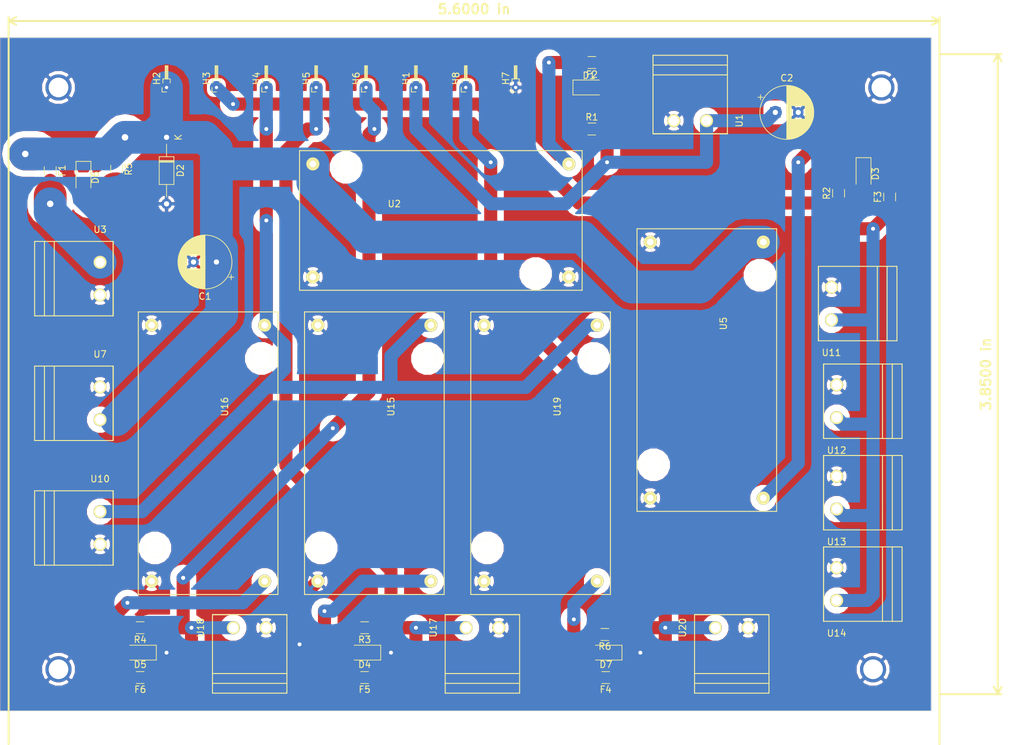
<source format=kicad_pcb>
(kicad_pcb (version 20171130) (host pcbnew 5.0.1)
  (layers (0 F.Cu signal) (31 B.Cu signal) (34 B.Paste user) (35 F.Paste user) (36 B.SilkS user) (37 F.SilkS user) (38 B.Mask user) (39 F.Mask user) (44 Edge.Cuts user))
  (net 0 "")
  (net 1 GND)
  (net 2 Logical_10V)
  (net 3 12V)
  (net 4 Motor1_12V)
  (net 5 Motor2_12V)
  (net 6 "Net-(D1-Pad2)")
  (net 7 18V)
  (net 8 "Net-(D3-Pad2)")
  (net 9 "Net-(D4-Pad2)")
  (net 10 "Net-(D5-Pad2)")
  (net 11 MotorExt_12V)
  (net 12 "Net-(F2-Pad2)")
  (net 13 "Net-(F3-Pad2)")
  (net 14 Raspberr_5V)
  (net 15 "Net-(D7-Pad2)")
  (net 16 "Net-(D6-Pad2)")
  (net 17 "Net-(F4-Pad2)")
  (net 18 "Net-(F6-Pad2)")
  (net 19 "Net-(F5-Pad2)")
  (net 20 "Net-(F1-Pad2)")
  (module dsn2596:DSN2596 (layer F.Cu) (at 43.18 74.93 270)
    (fp_text reference U16 (at -7.112 -2.54 270) (layer F.SilkS))
    (fp_text value DSN2596)
    (pad "" np_thru_hole circle (at -14.478 -8.128 270) (size 3 3) (drill 3) (layers *.Cu *.Mask F.SilkS))
    (pad "" np_thru_hole circle (at 14.478 8.128 270) (size 3 3) (drill 3) (layers *.Cu *.Mask F.SilkS))
    (pad 2 thru_hole circle (at -19.558 8.636 270) (size 2 2) (drill 1) (layers *.Cu *.Mask F.SilkS) (net 1 GND))
    (pad 3 thru_hole circle (at 19.558 8.636 270) (size 2 2) (drill 1) (layers *.Cu *.Mask F.SilkS) (net 1 GND))
    (pad 4 thru_hole circle (at 19.558 -8.636 270) (size 2 2) (drill 1) (layers *.Cu *.Mask F.SilkS) (net 18 "Net-(F6-Pad2)"))
    (pad 1 thru_hole circle (at -19.558 -8.636 270) (size 2 2) (drill 1) (layers *.Cu *.Mask F.SilkS) (net 3 12V))
  )
  (module Connector_PinHeader_1.00mm:PinHeader_1x01_P1.00mm_Horizontal (layer F.Cu) (at 36.83 19.05 90)
    (fp_text reference H2 (at 1.375 -1.5 90) (layer F.SilkS))
    (fp_text value MountingHole_Pad)
    (pad 1 thru_hole rect (at 0 0 90) (size 0.85 0.85) (drill 0.5) (layers *.Cu *.Mask) (net 7 18V))
  )
  (module Connector_PinHeader_1.00mm:PinHeader_1x01_P1.00mm_Horizontal (layer F.Cu) (at 82.55 19.05 90)
    (fp_text reference H8 (at 1.375 -1.5 90) (layer F.SilkS))
    (fp_text value MountingHole_Pad)
    (pad 1 thru_hole rect (at 0 0 90) (size 0.85 0.85) (drill 0.5) (layers *.Cu *.Mask) (net 11 MotorExt_12V))
  )
  (module Fuse:Fuse_1206_3216Metric_Pad1.42x1.75mm_HandSolder (layer F.Cu) (at 103.9225 109.22 180)
    (fp_text reference F4 (at 0 -1.82 180) (layer F.SilkS))
    (fp_text value Fuse)
    (pad 1 smd roundrect (at -1.4875 0 180) (size 1.425 1.75) (layers F.Cu F.Paste F.Mask) (roundrect_rratio 0.175439) (net 11 MotorExt_12V))
    (pad 2 smd roundrect (at 1.4875 0 180) (size 1.425 1.75) (layers F.Cu F.Paste F.Mask) (roundrect_rratio 0.175439) (net 17 "Net-(F4-Pad2)"))
  )
  (module Fuse:Fuse_1206_3216Metric_Pad1.42x1.75mm_HandSolder (layer F.Cu) (at 101.8175 15.24 180)
    (fp_text reference F2 (at 0 -1.82 180) (layer F.SilkS))
    (fp_text value Fuse)
    (pad 2 smd roundrect (at 1.4875 0 180) (size 1.425 1.75) (layers F.Cu F.Paste F.Mask) (roundrect_rratio 0.175439) (net 12 "Net-(F2-Pad2)"))
    (pad 1 smd roundrect (at -1.4875 0 180) (size 1.425 1.75) (layers F.Cu F.Paste F.Mask) (roundrect_rratio 0.175439) (net 14 Raspberr_5V))
  )
  (module Fuse:Fuse_1206_3216Metric_Pad1.42x1.75mm_HandSolder (layer F.Cu) (at 147.32 35.7775 90)
    (fp_text reference F3 (at 0 -1.82 90) (layer F.SilkS))
    (fp_text value Fuse)
    (pad 1 smd roundrect (at -1.4875 0 90) (size 1.425 1.75) (layers F.Cu F.Paste F.Mask) (roundrect_rratio 0.175439) (net 2 Logical_10V))
    (pad 2 smd roundrect (at 1.4875 0 90) (size 1.425 1.75) (layers F.Cu F.Paste F.Mask) (roundrect_rratio 0.175439) (net 13 "Net-(F3-Pad2)"))
  )
  (module Fuse:Fuse_1206_3216Metric_Pad1.42x1.75mm_HandSolder (layer F.Cu) (at 32.8025 109.22 180)
    (fp_text reference F6 (at 0 -1.82 180) (layer F.SilkS))
    (fp_text value Fuse)
    (pad 2 smd roundrect (at 1.4875 0 180) (size 1.425 1.75) (layers F.Cu F.Paste F.Mask) (roundrect_rratio 0.175439) (net 18 "Net-(F6-Pad2)"))
    (pad 1 smd roundrect (at -1.4875 0 180) (size 1.425 1.75) (layers F.Cu F.Paste F.Mask) (roundrect_rratio 0.175439) (net 5 Motor2_12V))
  )
  (module Fuse:Fuse_1206_3216Metric_Pad1.42x1.75mm_HandSolder (layer F.Cu) (at 67.0925 109.22 180)
    (fp_text reference F5 (at 0 -1.82 180) (layer F.SilkS))
    (fp_text value Fuse)
    (pad 1 smd roundrect (at -1.4875 0 180) (size 1.425 1.75) (layers F.Cu F.Paste F.Mask) (roundrect_rratio 0.175439) (net 4 Motor1_12V))
    (pad 2 smd roundrect (at 1.4875 0 180) (size 1.425 1.75) (layers F.Cu F.Paste F.Mask) (roundrect_rratio 0.175439) (net 19 "Net-(F5-Pad2)"))
  )
  (module LED_SMD:LED_1206_3216Metric_Pad1.42x1.75mm_HandSolder (layer F.Cu) (at 103.9575 105.41 180)
    (fp_text reference D7 (at 0 -1.82 180) (layer F.SilkS))
    (fp_text value LED)
    (pad 2 smd roundrect (at 1.4875 0 180) (size 1.425 1.75) (layers F.Cu F.Paste F.Mask) (roundrect_rratio 0.175439) (net 15 "Net-(D7-Pad2)"))
    (pad 1 smd roundrect (at -1.4875 0 180) (size 1.425 1.75) (layers F.Cu F.Paste F.Mask) (roundrect_rratio 0.175439) (net 1 GND))
  )
  (module LED_SMD:LED_1206_3216Metric_Pad1.42x1.75mm_HandSolder (layer F.Cu) (at 24.13 32.8025 270)
    (fp_text reference D6 (at 0 -1.82 270) (layer F.SilkS))
    (fp_text value LED)
    (pad 1 smd roundrect (at -1.4875 0 270) (size 1.425 1.75) (layers F.Cu F.Paste F.Mask) (roundrect_rratio 0.175439) (net 1 GND))
    (pad 2 smd roundrect (at 1.4875 0 270) (size 1.425 1.75) (layers F.Cu F.Paste F.Mask) (roundrect_rratio 0.175439) (net 16 "Net-(D6-Pad2)"))
  )
  (module Resistor_SMD:R_1206_3216Metric_Pad1.42x1.75mm_HandSolder (layer F.Cu) (at 29.21 31.5325 270)
    (fp_text reference R5 (at 0 -1.82 270) (layer F.SilkS))
    (fp_text value R)
    (pad 2 smd roundrect (at 1.4875 0 270) (size 1.425 1.75) (layers F.Cu F.Paste F.Mask) (roundrect_rratio 0.175439) (net 16 "Net-(D6-Pad2)"))
    (pad 1 smd roundrect (at -1.4875 0 270) (size 1.425 1.75) (layers F.Cu F.Paste F.Mask) (roundrect_rratio 0.175439) (net 7 18V))
  )
  (module Resistor_SMD:R_1206_3216Metric_Pad1.42x1.75mm_HandSolder (layer F.Cu) (at 103.802501 102.635001 180)
    (fp_text reference R6 (at 0 -1.82 180) (layer F.SilkS))
    (fp_text value R)
    (pad 1 smd roundrect (at -1.4875 0 180) (size 1.425 1.75) (layers F.Cu F.Paste F.Mask) (roundrect_rratio 0.175439) (net 11 MotorExt_12V))
    (pad 2 smd roundrect (at 1.4875 0 180) (size 1.425 1.75) (layers F.Cu F.Paste F.Mask) (roundrect_rratio 0.175439) (net 15 "Net-(D7-Pad2)"))
  )
  (module "dsn2596:B plug 5mm" (layer F.Cu) (at 123.19 101.6 90)
    (fp_text reference U20 (at 0 -7.5 90) (layer F.SilkS))
    (fp_text value B_Plug_5mm)
    (pad 1 thru_hole circle (at 0 -2.5 90) (size 2 2) (drill 1.5) (layers *.Cu *.Mask F.SilkS) (net 11 MotorExt_12V))
    (pad 2 thru_hole circle (at 0 2.5 90) (size 2 2) (drill 1.5) (layers *.Cu *.Mask F.SilkS) (net 1 GND))
  )
  (module dsn2596:DSN2596 (layer F.Cu) (at 78.74 39.37)
    (fp_text reference U2 (at -7.112 -2.54) (layer F.SilkS))
    (fp_text value DSN2596)
    (pad "" np_thru_hole circle (at -14.478 -8.128) (size 3 3) (drill 3) (layers *.Cu *.Mask F.SilkS))
    (pad "" np_thru_hole circle (at 14.478 8.128) (size 3 3) (drill 3) (layers *.Cu *.Mask F.SilkS))
    (pad 2 thru_hole circle (at -19.558 8.636) (size 2 2) (drill 1) (layers *.Cu *.Mask F.SilkS) (net 1 GND))
    (pad 3 thru_hole circle (at 19.558 8.636) (size 2 2) (drill 1) (layers *.Cu *.Mask F.SilkS) (net 1 GND))
    (pad 4 thru_hole circle (at 19.558 -8.636) (size 2 2) (drill 1) (layers *.Cu *.Mask F.SilkS) (net 12 "Net-(F2-Pad2)"))
    (pad 1 thru_hole circle (at -19.558 -8.636) (size 2 2) (drill 1) (layers *.Cu *.Mask F.SilkS) (net 7 18V))
  )
  (module dsn2596:DSN2596 (layer F.Cu) (at 93.98 74.93 270)
    (fp_text reference U19 (at -7.112 -2.54 270) (layer F.SilkS))
    (fp_text value DSN2596)
    (pad 1 thru_hole circle (at -19.558 -8.636 270) (size 2 2) (drill 1) (layers *.Cu *.Mask F.SilkS) (net 3 12V))
    (pad 4 thru_hole circle (at 19.558 -8.636 270) (size 2 2) (drill 1) (layers *.Cu *.Mask F.SilkS) (net 17 "Net-(F4-Pad2)"))
    (pad 3 thru_hole circle (at 19.558 8.636 270) (size 2 2) (drill 1) (layers *.Cu *.Mask F.SilkS) (net 1 GND))
    (pad 2 thru_hole circle (at -19.558 8.636 270) (size 2 2) (drill 1) (layers *.Cu *.Mask F.SilkS) (net 1 GND))
    (pad "" np_thru_hole circle (at 14.478 8.128 270) (size 3 3) (drill 3) (layers *.Cu *.Mask F.SilkS))
    (pad "" np_thru_hole circle (at -14.478 -8.128 270) (size 3 3) (drill 3) (layers *.Cu *.Mask F.SilkS))
  )
  (module LED_SMD:LED_1206_3216Metric_Pad1.42x1.75mm_HandSolder (layer F.Cu) (at 101.3825 19.05)
    (fp_text reference D1 (at 0 -1.82) (layer F.SilkS))
    (fp_text value LED)
    (pad 2 smd roundrect (at 1.4875 0) (size 1.425 1.75) (layers F.Cu F.Paste F.Mask) (roundrect_rratio 0.175439) (net 6 "Net-(D1-Pad2)"))
    (pad 1 smd roundrect (at -1.4875 0) (size 1.425 1.75) (layers F.Cu F.Paste F.Mask) (roundrect_rratio 0.175439) (net 1 GND))
  )
  (module Capacitor_THT:CP_Radial_D8.0mm_P3.50mm (layer F.Cu) (at 44.45 45.72 180)
    (fp_text reference C1 (at 1.75 -5.25 180) (layer F.SilkS))
    (fp_text value CP)
    (pad 1 thru_hole rect (at 0 0 180) (size 1.6 1.6) (drill 0.8) (layers *.Cu *.Mask) (net 7 18V))
    (pad 2 thru_hole circle (at 3.5 0 180) (size 1.6 1.6) (drill 0.8) (layers *.Cu *.Mask) (net 1 GND))
  )
  (module Capacitor_THT:CP_Radial_D8.0mm_P3.50mm (layer F.Cu) (at 129.85 22.86)
    (fp_text reference C2 (at 1.75 -5.25) (layer F.SilkS))
    (fp_text value CP)
    (pad 2 thru_hole circle (at 3.5 0) (size 1.6 1.6) (drill 0.8) (layers *.Cu *.Mask) (net 1 GND))
    (pad 1 thru_hole rect (at 0 0) (size 1.6 1.6) (drill 0.8) (layers *.Cu *.Mask) (net 14 Raspberr_5V))
  )
  (module Diode_THT:D_DO-35_SOD27_P10.16mm_Horizontal (layer F.Cu) (at 36.83 26.67 270)
    (fp_text reference D2 (at 5.08 -2.12 270) (layer F.SilkS))
    (fp_text value D)
    (fp_text user K (at 0 -1.8 270) (layer F.SilkS))
    (pad 2 thru_hole oval (at 10.16 0 270) (size 1.6 1.6) (drill 0.8) (layers *.Cu *.Mask) (net 1 GND))
    (pad 1 thru_hole rect (at 0 0 270) (size 1.6 1.6) (drill 0.8) (layers *.Cu *.Mask) (net 7 18V))
  )
  (module LED_SMD:LED_1206_3216Metric_Pad1.42x1.75mm_HandSolder (layer F.Cu) (at 143.326835 32.243099 270)
    (fp_text reference D3 (at 0 -1.82 270) (layer F.SilkS))
    (fp_text value LED)
    (pad 1 smd roundrect (at -1.4875 0 270) (size 1.425 1.75) (layers F.Cu F.Paste F.Mask) (roundrect_rratio 0.175439) (net 1 GND))
    (pad 2 smd roundrect (at 1.4875 0 270) (size 1.425 1.75) (layers F.Cu F.Paste F.Mask) (roundrect_rratio 0.175439) (net 8 "Net-(D3-Pad2)"))
  )
  (module LED_SMD:LED_1206_3216Metric_Pad1.42x1.75mm_HandSolder (layer F.Cu) (at 67.0925 105.41 180)
    (fp_text reference D4 (at 0 -1.82 180) (layer F.SilkS))
    (fp_text value LED)
    (pad 1 smd roundrect (at -1.4875 0 180) (size 1.425 1.75) (layers F.Cu F.Paste F.Mask) (roundrect_rratio 0.175439) (net 1 GND))
    (pad 2 smd roundrect (at 1.4875 0 180) (size 1.425 1.75) (layers F.Cu F.Paste F.Mask) (roundrect_rratio 0.175439) (net 9 "Net-(D4-Pad2)"))
  )
  (module LED_SMD:LED_1206_3216Metric_Pad1.42x1.75mm_HandSolder (layer F.Cu) (at 32.8025 105.41 180)
    (fp_text reference D5 (at 0 -1.82 180) (layer F.SilkS))
    (fp_text value LED)
    (pad 2 smd roundrect (at 1.4875 0 180) (size 1.425 1.75) (layers F.Cu F.Paste F.Mask) (roundrect_rratio 0.175439) (net 10 "Net-(D5-Pad2)"))
    (pad 1 smd roundrect (at -1.4875 0 180) (size 1.425 1.75) (layers F.Cu F.Paste F.Mask) (roundrect_rratio 0.175439) (net 1 GND))
  )
  (module Fuse:Fuse_1206_3216Metric_Pad1.42x1.75mm_HandSolder (layer F.Cu) (at 19.05 31.75 270)
    (fp_text reference F1 (at 0 -1.82 270) (layer F.SilkS))
    (fp_text value Fuse)
    (pad 2 smd roundrect (at 1.4875 0 270) (size 1.425 1.75) (layers F.Cu F.Paste F.Mask) (roundrect_rratio 0.175439) (net 20 "Net-(F1-Pad2)"))
    (pad 1 smd roundrect (at -1.4875 0 270) (size 1.425 1.75) (layers F.Cu F.Paste F.Mask) (roundrect_rratio 0.175439) (net 7 18V))
  )
  (module Connector_PinHeader_1.00mm:PinHeader_1x01_P1.00mm_Horizontal (layer F.Cu) (at 74.93 19.05 90)
    (fp_text reference H1 (at 1.375 -1.5 90) (layer F.SilkS))
    (fp_text value MountingHole_Pad)
    (pad 1 thru_hole rect (at 0 0 90) (size 0.85 0.85) (drill 0.5) (layers *.Cu *.Mask) (net 14 Raspberr_5V))
  )
  (module Connector_PinHeader_1.00mm:PinHeader_1x01_P1.00mm_Horizontal (layer F.Cu) (at 44.45 19.05 90)
    (fp_text reference H3 (at 1.375 -1.5 90) (layer F.SilkS))
    (fp_text value MountingHole_Pad)
    (pad 1 thru_hole rect (at 0 0 90) (size 0.85 0.85) (drill 0.5) (layers *.Cu *.Mask) (net 2 Logical_10V))
  )
  (module Connector_PinHeader_1.00mm:PinHeader_1x01_P1.00mm_Horizontal (layer F.Cu) (at 52.07 19.05 90)
    (fp_text reference H4 (at 1.375 -1.5 90) (layer F.SilkS))
    (fp_text value MountingHole_Pad)
    (pad 1 thru_hole rect (at 0 0 90) (size 0.85 0.85) (drill 0.5) (layers *.Cu *.Mask) (net 3 12V))
  )
  (module Connector_PinHeader_1.00mm:PinHeader_1x01_P1.00mm_Horizontal (layer F.Cu) (at 59.69 19.05 90)
    (fp_text reference H5 (at 1.375 -1.5 90) (layer F.SilkS))
    (fp_text value MountingHole_Pad)
    (pad 1 thru_hole rect (at 0 0 90) (size 0.85 0.85) (drill 0.5) (layers *.Cu *.Mask) (net 4 Motor1_12V))
  )
  (module Connector_PinHeader_1.00mm:PinHeader_1x01_P1.00mm_Horizontal (layer F.Cu) (at 67.31 19.05 90)
    (fp_text reference H6 (at 1.375 -1.5 90) (layer F.SilkS))
    (fp_text value MountingHole_Pad)
    (pad 1 thru_hole rect (at 0 0 90) (size 0.85 0.85) (drill 0.5) (layers *.Cu *.Mask) (net 5 Motor2_12V))
  )
  (module Connector_PinHeader_1.00mm:PinHeader_1x01_P1.00mm_Horizontal (layer F.Cu) (at 90.17 19.05 90)
    (fp_text reference H7 (at 1.375 -1.5 90) (layer F.SilkS))
    (fp_text value MountingHole_Pad)
    (pad 1 thru_hole rect (at 0 0 90) (size 0.85 0.85) (drill 0.5) (layers *.Cu *.Mask) (net 1 GND))
  )
  (module Resistor_SMD:R_1206_3216Metric_Pad1.42x1.75mm_HandSolder (layer F.Cu) (at 101.8175 25.4)
    (fp_text reference R1 (at 0 -1.82) (layer F.SilkS))
    (fp_text value R)
    (pad 1 smd roundrect (at -1.4875 0) (size 1.425 1.75) (layers F.Cu F.Paste F.Mask) (roundrect_rratio 0.175439) (net 6 "Net-(D1-Pad2)"))
    (pad 2 smd roundrect (at 1.4875 0) (size 1.425 1.75) (layers F.Cu F.Paste F.Mask) (roundrect_rratio 0.175439) (net 14 Raspberr_5V))
  )
  (module Resistor_SMD:R_1206_3216Metric_Pad1.42x1.75mm_HandSolder (layer F.Cu) (at 139.516835 35.218099 90)
    (fp_text reference R2 (at 0 -1.82 90) (layer F.SilkS))
    (fp_text value R)
    (pad 2 smd roundrect (at 1.4875 0 90) (size 1.425 1.75) (layers F.Cu F.Paste F.Mask) (roundrect_rratio 0.175439) (net 8 "Net-(D3-Pad2)"))
    (pad 1 smd roundrect (at -1.4875 0 90) (size 1.425 1.75) (layers F.Cu F.Paste F.Mask) (roundrect_rratio 0.175439) (net 2 Logical_10V))
  )
  (module Resistor_SMD:R_1206_3216Metric_Pad1.42x1.75mm_HandSolder (layer F.Cu) (at 67.0925 101.6 180)
    (fp_text reference R3 (at 0 -1.82 180) (layer F.SilkS))
    (fp_text value R)
    (pad 2 smd roundrect (at 1.4875 0 180) (size 1.425 1.75) (layers F.Cu F.Paste F.Mask) (roundrect_rratio 0.175439) (net 9 "Net-(D4-Pad2)"))
    (pad 1 smd roundrect (at -1.4875 0 180) (size 1.425 1.75) (layers F.Cu F.Paste F.Mask) (roundrect_rratio 0.175439) (net 4 Motor1_12V))
  )
  (module Resistor_SMD:R_1206_3216Metric_Pad1.42x1.75mm_HandSolder (layer F.Cu) (at 32.8025 101.6 180)
    (fp_text reference R4 (at 0 -1.82) (layer F.SilkS))
    (fp_text value R)
    (pad 1 smd roundrect (at -1.4875 0 180) (size 1.425 1.75) (layers F.Cu F.Paste F.Mask) (roundrect_rratio 0.175439) (net 5 Motor2_12V))
    (pad 2 smd roundrect (at 1.4875 0 180) (size 1.425 1.75) (layers F.Cu F.Paste F.Mask) (roundrect_rratio 0.175439) (net 10 "Net-(D5-Pad2)"))
  )
  (module "dsn2596:B plug 5mm" (layer F.Cu) (at 116.84 24.13 270)
    (fp_text reference U1 (at 0 -7.5 270) (layer F.SilkS))
    (fp_text value B_Plug_5mm)
    (pad 2 thru_hole circle (at 0 2.5 270) (size 2 2) (drill 1.5) (layers *.Cu *.Mask F.SilkS) (net 1 GND))
    (pad 1 thru_hole circle (at 0 -2.5 270) (size 2 2) (drill 1.5) (layers *.Cu *.Mask F.SilkS) (net 14 Raspberr_5V))
  )
  (module "dsn2596:B plug 5mm" (layer F.Cu) (at 26.67 48.26)
    (fp_text reference U3 (at 0 -7.5) (layer F.SilkS))
    (fp_text value B_Plug_5mm)
    (pad 1 thru_hole circle (at 0 -2.5) (size 2 2) (drill 1.5) (layers *.Cu *.Mask F.SilkS) (net 20 "Net-(F1-Pad2)"))
    (pad 2 thru_hole circle (at 0 2.5) (size 2 2) (drill 1.5) (layers *.Cu *.Mask F.SilkS) (net 1 GND))
  )
  (module robot_1A:trou_d3mm (layer F.Cu) (at 20.32 19.05)
    (fp_text reference U4 (at 0 0.5) (layer F.SilkS))
    (fp_text value trou-d3mm)
    (pad 1 thru_hole circle (at 0 0) (size 4 4) (drill 3) (layers *.Cu *.Mask) (net 1 GND))
  )
  (module dsn2596:DSN2596 (layer F.Cu) (at 119.38 62.23 270)
    (fp_text reference U5 (at -7.112 -2.54 270) (layer F.SilkS))
    (fp_text value DSN2596)
    (pad 1 thru_hole circle (at -19.558 -8.636 270) (size 2 2) (drill 1) (layers *.Cu *.Mask F.SilkS) (net 7 18V))
    (pad 4 thru_hole circle (at 19.558 -8.636 270) (size 2 2) (drill 1) (layers *.Cu *.Mask F.SilkS) (net 13 "Net-(F3-Pad2)"))
    (pad 3 thru_hole circle (at 19.558 8.636 270) (size 2 2) (drill 1) (layers *.Cu *.Mask F.SilkS) (net 1 GND))
    (pad 2 thru_hole circle (at -19.558 8.636 270) (size 2 2) (drill 1) (layers *.Cu *.Mask F.SilkS) (net 1 GND))
    (pad "" np_thru_hole circle (at 14.478 8.128 270) (size 3 3) (drill 3) (layers *.Cu *.Mask F.SilkS))
    (pad "" np_thru_hole circle (at -14.478 -8.128 270) (size 3 3) (drill 3) (layers *.Cu *.Mask F.SilkS))
  )
  (module robot_1A:trou_d3mm (layer F.Cu) (at 20.32 107.95)
    (fp_text reference U6 (at 0 0.5) (layer F.SilkS))
    (fp_text value trou-d3mm)
    (pad 1 thru_hole circle (at 0 0) (size 4 4) (drill 3) (layers *.Cu *.Mask) (net 1 GND))
  )
  (module "dsn2596:B plug 5mm" (layer F.Cu) (at 26.67 67.31)
    (fp_text reference U7 (at 0 -7.5) (layer F.SilkS))
    (fp_text value B_Plug_5mm)
    (pad 1 thru_hole circle (at 0 -2.5) (size 2 2) (drill 1.5) (layers *.Cu *.Mask F.SilkS) (net 1 GND))
    (pad 2 thru_hole circle (at 0 2.5) (size 2 2) (drill 1.5) (layers *.Cu *.Mask F.SilkS) (net 7 18V))
  )
  (module robot_1A:trou_d3mm (layer F.Cu) (at 144.78 107.95)
    (fp_text reference U8 (at 0 0.5) (layer F.SilkS))
    (fp_text value trou-d3mm)
    (pad 1 thru_hole circle (at 0 0) (size 4 4) (drill 3) (layers *.Cu *.Mask) (net 1 GND))
  )
  (module robot_1A:trou_d3mm (layer F.Cu) (at 146.05 19.05)
    (fp_text reference U9 (at 0 0.5) (layer F.SilkS))
    (fp_text value trou-d3mm)
    (pad 1 thru_hole circle (at 0 0) (size 4 4) (drill 3) (layers *.Cu *.Mask) (net 1 GND))
  )
  (module "dsn2596:B plug 5mm" (layer F.Cu) (at 26.67 86.36)
    (fp_text reference U10 (at 0 -7.5) (layer F.SilkS))
    (fp_text value B_Plug_5mm)
    (pad 2 thru_hole circle (at 0 2.5) (size 2 2) (drill 1.5) (layers *.Cu *.Mask F.SilkS) (net 1 GND))
    (pad 1 thru_hole circle (at 0 -2.5) (size 2 2) (drill 1.5) (layers *.Cu *.Mask F.SilkS) (net 3 12V))
  )
  (module "dsn2596:B plug 5mm" (layer F.Cu) (at 138.43 52.07 180)
    (fp_text reference U11 (at 0 -7.5 180) (layer F.SilkS))
    (fp_text value B_Plug_5mm)
    (pad 1 thru_hole circle (at 0 -2.5 180) (size 2 2) (drill 1.5) (layers *.Cu *.Mask F.SilkS) (net 2 Logical_10V))
    (pad 2 thru_hole circle (at 0 2.5 180) (size 2 2) (drill 1.5) (layers *.Cu *.Mask F.SilkS) (net 1 GND))
  )
  (module "dsn2596:B plug 5mm" (layer F.Cu) (at 139.219116 66.994906 180)
    (fp_text reference U12 (at 0 -7.5 180) (layer F.SilkS))
    (fp_text value B_Plug_5mm)
    (pad 1 thru_hole circle (at 0 -2.5 180) (size 2 2) (drill 1.5) (layers *.Cu *.Mask F.SilkS) (net 2 Logical_10V))
    (pad 2 thru_hole circle (at 0 2.5 180) (size 2 2) (drill 1.5) (layers *.Cu *.Mask F.SilkS) (net 1 GND))
  )
  (module "dsn2596:B plug 5mm" (layer F.Cu) (at 139.219116 80.964906 180)
    (fp_text reference U13 (at 0 -7.5 180) (layer F.SilkS))
    (fp_text value B_Plug_5mm)
    (pad 2 thru_hole circle (at 0 2.5 180) (size 2 2) (drill 1.5) (layers *.Cu *.Mask F.SilkS) (net 1 GND))
    (pad 1 thru_hole circle (at 0 -2.5 180) (size 2 2) (drill 1.5) (layers *.Cu *.Mask F.SilkS) (net 2 Logical_10V))
  )
  (module "dsn2596:B plug 5mm" (layer F.Cu) (at 139.219116 94.934906 180)
    (fp_text reference U14 (at 0 -7.5 180) (layer F.SilkS))
    (fp_text value B_Plug_5mm)
    (pad 1 thru_hole circle (at 0 -2.5 180) (size 2 2) (drill 1.5) (layers *.Cu *.Mask F.SilkS) (net 2 Logical_10V))
    (pad 2 thru_hole circle (at 0 2.5 180) (size 2 2) (drill 1.5) (layers *.Cu *.Mask F.SilkS) (net 1 GND))
  )
  (module dsn2596:DSN2596 (layer F.Cu) (at 68.58 74.93 270)
    (fp_text reference U15 (at -7.112 -2.54 270) (layer F.SilkS))
    (fp_text value DSN2596)
    (pad "" np_thru_hole circle (at -14.478 -8.128 270) (size 3 3) (drill 3) (layers *.Cu *.Mask F.SilkS))
    (pad "" np_thru_hole circle (at 14.478 8.128 270) (size 3 3) (drill 3) (layers *.Cu *.Mask F.SilkS))
    (pad 2 thru_hole circle (at -19.558 8.636 270) (size 2 2) (drill 1) (layers *.Cu *.Mask F.SilkS) (net 1 GND))
    (pad 3 thru_hole circle (at 19.558 8.636 270) (size 2 2) (drill 1) (layers *.Cu *.Mask F.SilkS) (net 1 GND))
    (pad 4 thru_hole circle (at 19.558 -8.636 270) (size 2 2) (drill 1) (layers *.Cu *.Mask F.SilkS) (net 19 "Net-(F5-Pad2)"))
    (pad 1 thru_hole circle (at -19.558 -8.636 270) (size 2 2) (drill 1) (layers *.Cu *.Mask F.SilkS) (net 3 12V))
  )
  (module "dsn2596:B plug 5mm" (layer F.Cu) (at 85.09 101.6 90)
    (fp_text reference U17 (at 0 -7.5 90) (layer F.SilkS))
    (fp_text value B_Plug_5mm)
    (pad 2 thru_hole circle (at 0 2.5 90) (size 2 2) (drill 1.5) (layers *.Cu *.Mask F.SilkS) (net 1 GND))
    (pad 1 thru_hole circle (at 0 -2.5 90) (size 2 2) (drill 1.5) (layers *.Cu *.Mask F.SilkS) (net 4 Motor1_12V))
  )
  (module "dsn2596:B plug 5mm" (layer F.Cu) (at 49.53 101.6 90)
    (fp_text reference U18 (at 0 -7.5 90) (layer F.SilkS))
    (fp_text value B_Plug_5mm)
    (pad 2 thru_hole circle (at 0 2.5 90) (size 2 2) (drill 1.5) (layers *.Cu *.Mask F.SilkS) (net 1 GND))
    (pad 1 thru_hole circle (at 0 -2.5 90) (size 2 2) (drill 1.5) (layers *.Cu *.Mask F.SilkS) (net 5 Motor2_12V))
  )
  (gr_line (start 153.67 114.3) (end 11.43 114.3) (layer Edge.Cuts) (width 0.1))
  (gr_line (start 153.67 11.43) (end 153.67 114.3) (layer Edge.Cuts) (width 0.1))
  (gr_line (start 11.43 11.43) (end 153.67 11.43) (layer Edge.Cuts) (width 0.1))
  (dimension 97.79 (width 0.3) (layer F.SilkS) (gr_text "97,790 mm" (at 165.93 62.865 270) (layer F.SilkS) (effects (font (size 1.5 1.5) (thickness 0.3)))) (feature1 (pts (xy 154.94 111.76) (xy 164.416421 111.76))) (feature2 (pts (xy 154.94 13.97) (xy 164.416421 13.97))) (crossbar (pts (xy 163.83 13.97) (xy 163.83 111.76))) (arrow1a (pts (xy 163.83 111.76) (xy 163.243579 110.633496))) (arrow1b (pts (xy 163.83 111.76) (xy 164.416421 110.633496))) (arrow2a (pts (xy 163.83 13.97) (xy 163.243579 15.096504))) (arrow2b (pts (xy 163.83 13.97) (xy 164.416421 15.096504))))
  (dimension 142.24 (width 0.3) (layer F.SilkS) (gr_text "142,240 mm" (at 83.82 6.79) (layer F.SilkS) (effects (font (size 1.5 1.5) (thickness 0.3)))) (feature1 (pts (xy 154.94 119.38) (xy 154.94 8.303579))) (feature2 (pts (xy 12.7 119.38) (xy 12.7 8.303579))) (crossbar (pts (xy 12.7 8.89) (xy 154.94 8.89))) (arrow1a (pts (xy 154.94 8.89) (xy 153.813496 9.476421))) (arrow1b (pts (xy 154.94 8.89) (xy 153.813496 8.303579))) (arrow2a (pts (xy 12.7 8.89) (xy 13.826504 9.476421))) (arrow2b (pts (xy 12.7 8.89) (xy 13.826504 8.303579))))
  (via (at 57.15 104.14) (size 1.5) (drill 0.6) (layers F.Cu B.Cu) (net 1))
  (segment (start 59.944 94.488) (end 57.15 97.282) (width 2) (layer F.Cu) (net 1))
  (segment (start 57.15 97.282) (end 57.15 102.87) (width 2) (layer F.Cu) (net 1))
  (segment (start 57.15 102.87) (end 57.15 104.14) (width 2) (layer F.Cu) (net 1))
  (via (at 36.83 105.41) (size 1.5) (drill 0.6) (layers F.Cu B.Cu) (net 1))
  (via (at 109.22 105.41) (size 1.5) (drill 0.6) (layers F.Cu B.Cu) (net 1))
  (via (at 71.12 105.41) (size 1.5) (drill 0.6) (layers F.Cu B.Cu) (net 1))
  (segment (start 147.32 37.265) (end 147.32 38.1) (width 2) (layer F.Cu) (net 2))
  (segment (start 147.32 38.1) (end 144.78 40.64) (width 2) (layer F.Cu) (net 2))
  (segment (start 144.78 40.64) (end 142.638736 40.64) (width 2) (layer F.Cu) (net 2))
  (segment (start 139.516835 37.518099) (end 139.516835 36.705599) (width 2) (layer F.Cu) (net 2))
  (segment (start 142.638736 40.64) (end 139.516835 37.518099) (width 2) (layer F.Cu) (net 2))
  (segment (start 144.78 40.64) (end 144.78 40.64) (width 2) (layer F.Cu) (net 2))
  (via (at 144.78 40.64) (size 1.5) (drill 0.6) (layers F.Cu B.Cu) (net 2))
  (segment (start 139.219116 97.434906) (end 143.865094 97.434906) (width 2) (layer B.Cu) (net 2))
  (segment (start 144.78 96.52) (end 144.78 91.874022) (width 2) (layer B.Cu) (net 2))
  (segment (start 143.865094 97.434906) (end 144.78 96.52) (width 2) (layer B.Cu) (net 2))
  (segment (start 144.135095 84.464905) (end 144.78 83.82) (width 2) (layer B.Cu) (net 2))
  (segment (start 140.219115 84.464905) (end 144.135095 84.464905) (width 2) (layer B.Cu) (net 2))
  (segment (start 139.219116 83.464906) (end 140.219115 84.464905) (width 2) (layer B.Cu) (net 2))
  (segment (start 144.78 83.82) (end 144.78 91.874022) (width 2) (layer B.Cu) (net 2))
  (segment (start 144.135095 70.494905) (end 144.78 69.85) (width 2) (layer B.Cu) (net 2))
  (segment (start 140.219115 70.494905) (end 144.135095 70.494905) (width 2) (layer B.Cu) (net 2))
  (segment (start 139.219116 69.494906) (end 140.219115 70.494905) (width 2) (layer B.Cu) (net 2))
  (segment (start 144.78 69.85) (end 144.78 83.82) (width 2) (layer B.Cu) (net 2))
  (segment (start 144.74 54.57) (end 144.78 54.61) (width 2) (layer B.Cu) (net 2))
  (segment (start 138.43 54.57) (end 144.74 54.57) (width 2) (layer B.Cu) (net 2))
  (segment (start 144.78 40.64) (end 144.78 54.61) (width 2) (layer B.Cu) (net 2))
  (segment (start 144.78 54.61) (end 144.78 69.85) (width 2) (layer B.Cu) (net 2))
  (segment (start 44.45 19.05) (end 46.99 21.59) (width 2) (layer B.Cu) (net 2))
  (segment (start 45.72 20.32) (end 46.99 21.59) (width 2) (layer B.Cu) (net 2))
  (segment (start 46.99 21.59) (end 45.72 20.32) (width 2) (layer B.Cu) (net 2))
  (via (at 46.99 21.59) (size 1.5) (drill 0.6) (layers F.Cu B.Cu) (net 2))
  (segment (start 99.829597 36.705599) (end 139.516835 36.705599) (width 2) (layer F.Cu) (net 2))
  (segment (start 46.99 21.59) (end 84.713998 21.59) (width 2) (layer F.Cu) (net 2))
  (segment (start 84.713998 21.59) (end 99.829597 36.705599) (width 2) (layer F.Cu) (net 2))
  (segment (start 54.808001 58.364001) (end 52.815999 56.371999) (width 2) (layer B.Cu) (net 3))
  (segment (start 52.815999 56.371999) (end 51.816 55.372) (width 2) (layer B.Cu) (net 3))
  (segment (start 26.67 83.86) (end 33.080002 83.86) (width 2) (layer B.Cu) (net 3))
  (segment (start 54.808001 62.132001) (end 54.808001 58.364001) (width 2) (layer B.Cu) (net 3))
  (segment (start 101.201787 55.372) (end 102.616 55.372) (width 2) (layer B.Cu) (net 3))
  (segment (start 91.703785 64.870002) (end 101.201787 55.372) (width 2) (layer B.Cu) (net 3))
  (segment (start 52.07 64.870002) (end 54.808001 62.132001) (width 2) (layer B.Cu) (net 3))
  (segment (start 33.080002 83.86) (end 52.07 64.870002) (width 2) (layer B.Cu) (net 3))
  (segment (start 75.801787 55.372) (end 77.216 55.372) (width 2) (layer B.Cu) (net 3))
  (segment (start 71.12 60.053787) (end 75.801787 55.372) (width 2) (layer B.Cu) (net 3))
  (segment (start 71.12 64.870002) (end 71.12 60.053787) (width 2) (layer B.Cu) (net 3))
  (segment (start 71.12 64.870002) (end 91.703785 64.870002) (width 2) (layer B.Cu) (net 3))
  (segment (start 52.07 64.870002) (end 71.12 64.870002) (width 2) (layer B.Cu) (net 3))
  (segment (start 52.07 19.05) (end 52.07 21.475) (width 2) (layer B.Cu) (net 3))
  (segment (start 52.07 21.475) (end 52.07 25.4) (width 2) (layer B.Cu) (net 3))
  (segment (start 52.07 39.37) (end 52.07 39.37) (width 2) (layer F.Cu) (net 3))
  (via (at 52.07 39.37) (size 1.5) (drill 0.6) (layers F.Cu B.Cu) (net 3))
  (segment (start 52.07 55.118) (end 51.816 55.372) (width 2) (layer B.Cu) (net 3))
  (segment (start 52.07 39.37) (end 52.07 55.118) (width 2) (layer B.Cu) (net 3))
  (segment (start 52.07 24.13) (end 52.07 25.4) (width 2) (layer B.Cu) (net 3))
  (segment (start 52.07 25.4) (end 52.07 24.13) (width 2) (layer B.Cu) (net 3))
  (via (at 52.07 25.4) (size 1.5) (drill 0.6) (layers F.Cu B.Cu) (net 3))
  (segment (start 52.07 25.4) (end 52.07 39.37) (width 2) (layer F.Cu) (net 3))
  (segment (start 73.66 101.6) (end 74.93 101.6) (width 2) (layer F.Cu) (net 4))
  (segment (start 68.58 109.22) (end 74.93 109.22) (width 2) (layer F.Cu) (net 4))
  (segment (start 74.93 109.22) (end 74.93 101.6) (width 2) (layer F.Cu) (net 4))
  (segment (start 73.66 101.6) (end 74.93 101.6) (width 2) (layer F.Cu) (net 4))
  (via (at 74.93 101.6) (size 1.5) (drill 0.6) (layers F.Cu B.Cu) (net 4))
  (segment (start 74.93 101.6) (end 82.59 101.6) (width 2) (layer B.Cu) (net 4))
  (segment (start 59.69 19.05) (end 59.69 25.4) (width 2) (layer B.Cu) (net 4))
  (segment (start 59.69 25.4) (end 59.69 25.4) (width 2) (layer B.Cu) (net 4))
  (via (at 59.69 25.4) (size 1.5) (drill 0.6) (layers F.Cu B.Cu) (net 4))
  (segment (start 71.12 92.832002) (end 71.12 101.6) (width 2) (layer F.Cu) (net 4))
  (segment (start 71.12 101.6) (end 68.58 101.6) (width 2) (layer F.Cu) (net 4))
  (segment (start 74.93 101.6) (end 71.12 101.6) (width 2) (layer F.Cu) (net 4))
  (segment (start 55.07001 76.782012) (end 71.12 92.832002) (width 2) (layer F.Cu) (net 4))
  (segment (start 59.69 25.4) (end 58.42 25.4) (width 2) (layer F.Cu) (net 4))
  (segment (start 58.42 25.4) (end 55.07001 28.74999) (width 2) (layer F.Cu) (net 4))
  (segment (start 55.07001 28.74999) (end 55.07001 76.782012) (width 2) (layer F.Cu) (net 4))
  (segment (start 34.29 109.22) (end 40.64 109.22) (width 2) (layer F.Cu) (net 5))
  (segment (start 40.64 109.22) (end 40.64 101.6) (width 2) (layer F.Cu) (net 5))
  (segment (start 40.64 101.6) (end 40.64 101.6) (width 2) (layer F.Cu) (net 5))
  (via (at 40.64 101.6) (size 1.5) (drill 0.6) (layers F.Cu B.Cu) (net 5))
  (segment (start 40.64 101.6) (end 47.03 101.6) (width 2) (layer B.Cu) (net 5))
  (segment (start 67.31 21.475) (end 68.58 22.745) (width 2) (layer B.Cu) (net 5))
  (segment (start 67.31 19.05) (end 67.31 21.475) (width 2) (layer B.Cu) (net 5))
  (segment (start 68.58 22.745) (end 68.58 25.4) (width 2) (layer B.Cu) (net 5))
  (segment (start 68.58 25.4) (end 68.58 25.4) (width 2) (layer B.Cu) (net 5))
  (via (at 68.58 25.4) (size 1.5) (drill 0.6) (layers F.Cu B.Cu) (net 5))
  (segment (start 67.762001 26.217999) (end 67.762001 65.587999) (width 2) (layer F.Cu) (net 5))
  (segment (start 68.58 25.4) (end 67.762001 26.217999) (width 2) (layer F.Cu) (net 5))
  (segment (start 67.762001 65.587999) (end 62.23 71.12) (width 2) (layer F.Cu) (net 5))
  (segment (start 62.23 71.12) (end 62.23 71.12) (width 2) (layer F.Cu) (net 5))
  (via (at 62.23 71.12) (size 1.5) (drill 0.6) (layers F.Cu B.Cu) (net 5))
  (segment (start 62.23 71.12) (end 39.37 93.98) (width 2) (layer B.Cu) (net 5))
  (segment (start 39.37 93.98) (end 39.37 93.98) (width 2) (layer B.Cu) (net 5))
  (via (at 39.37 93.98) (size 1.5) (drill 0.6) (layers F.Cu B.Cu) (net 5))
  (segment (start 39.37 93.98) (end 39.37 93.98) (width 2) (layer B.Cu) (net 5))
  (via (at 39.37 93.98) (size 1.5) (drill 0.6) (layers F.Cu B.Cu) (net 5))
  (segment (start 39.37 93.98) (end 39.37 101.6) (width 2) (layer F.Cu) (net 5))
  (segment (start 40.64 101.6) (end 39.37 101.6) (width 2) (layer F.Cu) (net 5))
  (segment (start 39.37 101.6) (end 34.29 101.6) (width 2) (layer F.Cu) (net 5))
  (segment (start 102.87 20.344496) (end 102.87 20.025) (width 2) (layer F.Cu) (net 6))
  (segment (start 102.87 20.025) (end 102.87 19.05) (width 2) (layer F.Cu) (net 6))
  (segment (start 100.33 22.884496) (end 102.87 20.344496) (width 2) (layer F.Cu) (net 6))
  (segment (start 100.33 25.4) (end 100.33 22.884496) (width 2) (layer F.Cu) (net 6))
  (segment (start 18.919848 30.342551) (end 15.327348 30.342551) (width 2) (layer F.Cu) (net 7))
  (segment (start 16.597348 30.342551) (end 16.597348 30.342551) (width 2) (layer F.Cu) (net 7))
  (segment (start 16.597348 30.342551) (end 16.597348 30.342551) (width 2) (layer F.Cu) (net 7))
  (segment (start 16.597348 30.342551) (end 16.597348 30.342551) (width 2) (layer F.Cu) (net 7))
  (segment (start 29.21 30.045) (end 29.21 29.21) (width 2) (layer F.Cu) (net 7))
  (segment (start 29.21 29.21) (end 29.21 26.67) (width 2) (layer F.Cu) (net 7))
  (segment (start 15.24 29.21) (end 16.51 29.21) (width 5) (layer F.Cu) (net 7))
  (segment (start 29.21 26.67) (end 29.21 27.94) (width 2) (layer F.Cu) (net 7))
  (via (at 30.48 26.67) (size 3) (drill 1) (layers F.Cu B.Cu) (net 7))
  (segment (start 15.327348 30.342551) (end 16.597348 30.342551) (width 2) (layer F.Cu) (net 7))
  (via (at 15.24 29.21) (size 3) (drill 1) (layers F.Cu B.Cu) (net 7))
  (segment (start 15.24 29.21) (end 16.686682 29.21) (width 5) (layer F.Cu) (net 7))
  (segment (start 30.48 26.67) (end 29.21 27.94) (width 5) (layer F.Cu) (net 7))
  (segment (start 27.94 29.21) (end 30.48 26.67) (width 5) (layer B.Cu) (net 7))
  (segment (start 15.24 29.21) (end 27.94 29.21) (width 5) (layer B.Cu) (net 7))
  (segment (start 36.83 26.67) (end 35.56 26.67) (width 2) (layer B.Cu) (net 7))
  (segment (start 30.48 26.67) (end 35.56 26.67) (width 5) (layer B.Cu) (net 7))
  (segment (start 35.56 25.745) (end 35.56 26.67) (width 5) (layer B.Cu) (net 7))
  (segment (start 36.83 24.475) (end 35.56 25.745) (width 5) (layer B.Cu) (net 7))
  (segment (start 36.83 19.05) (end 36.83 24.475) (width 5) (layer B.Cu) (net 7))
  (segment (start 42.63 26.67) (end 44.45 28.49) (width 5) (layer B.Cu) (net 7))
  (segment (start 36.83 26.67) (end 42.63 26.67) (width 5) (layer B.Cu) (net 7))
  (segment (start 44.704 30.734) (end 44.45 30.48) (width 5) (layer B.Cu) (net 7))
  (segment (start 44.45 28.49) (end 44.45 30.48) (width 5) (layer B.Cu) (net 7))
  (segment (start 59.182 30.734) (end 44.704 30.734) (width 5) (layer B.Cu) (net 7))
  (segment (start 26.67 69.81) (end 29.17 69.81) (width 2) (layer B.Cu) (net 7))
  (segment (start 29.17 69.81) (end 45.250001 53.729999) (width 5) (layer B.Cu) (net 7))
  (segment (start 44.45 42.855998) (end 44.45 30.48) (width 5) (layer B.Cu) (net 7))
  (segment (start 45.250001 43.655999) (end 44.45 42.855998) (width 5) (layer B.Cu) (net 7))
  (segment (start 45.250001 53.729999) (end 45.250001 43.655999) (width 5) (layer B.Cu) (net 7))
  (segment (start 125.187998 42.672) (end 118.329998 49.53) (width 5) (layer B.Cu) (net 7))
  (segment (start 67.31 41.690002) (end 59.182 33.562002) (width 5) (layer B.Cu) (net 7))
  (segment (start 128.016 42.672) (end 125.187998 42.672) (width 5) (layer B.Cu) (net 7))
  (segment (start 118.329998 49.53) (end 107.95 49.53) (width 5) (layer B.Cu) (net 7))
  (segment (start 59.182 33.562002) (end 59.182 30.734) (width 5) (layer B.Cu) (net 7))
  (segment (start 107.95 49.53) (end 100.33 41.91) (width 5) (layer B.Cu) (net 7))
  (segment (start 100.33 41.91) (end 67.31 41.91) (width 5) (layer B.Cu) (net 7))
  (segment (start 67.31 41.91) (end 67.31 41.690002) (width 5) (layer B.Cu) (net 7))
  (segment (start 139.516835 33.730599) (end 143.326835 33.730599) (width 2) (layer F.Cu) (net 8))
  (segment (start 65.605 101.6) (end 65.605 105.41) (width 2) (layer F.Cu) (net 9))
  (segment (start 31.315 105.41) (end 31.315 101.6) (width 2) (layer F.Cu) (net 10))
  (segment (start 106.325002 101.6) (end 105.290001 102.635001) (width 2) (layer F.Cu) (net 11))
  (segment (start 111.76 109.22) (end 113.03 107.95) (width 2) (layer F.Cu) (net 11))
  (segment (start 105.41 109.22) (end 111.76 109.22) (width 2) (layer F.Cu) (net 11))
  (segment (start 113.03 107.95) (end 113.03 101.6) (width 2) (layer F.Cu) (net 11))
  (segment (start 113.03 101.6) (end 106.325002 101.6) (width 2) (layer F.Cu) (net 11))
  (segment (start 113.03 101.6) (end 113.03 101.6) (width 2) (layer F.Cu) (net 11))
  (via (at 113.03 101.6) (size 1.5) (drill 0.6) (layers F.Cu B.Cu) (net 11))
  (segment (start 113.03 101.6) (end 120.69 101.6) (width 2) (layer B.Cu) (net 11))
  (segment (start 82.55 19.05) (end 82.55 26.67) (width 2) (layer B.Cu) (net 11))
  (segment (start 82.55 26.67) (end 86.36 30.48) (width 2) (layer B.Cu) (net 11))
  (segment (start 86.36 30.48) (end 86.36 30.48) (width 2) (layer B.Cu) (net 11))
  (via (at 86.36 30.48) (size 1.5) (drill 0.6) (layers F.Cu B.Cu) (net 11))
  (segment (start 113.03 96.52) (end 113.03 101.6) (width 2) (layer F.Cu) (net 11))
  (segment (start 105.616001 89.106001) (end 113.03 96.52) (width 2) (layer F.Cu) (net 11))
  (segment (start 105.616001 69.140003) (end 105.616001 89.106001) (width 2) (layer F.Cu) (net 11))
  (segment (start 86.36 30.48) (end 86.36 49.884002) (width 2) (layer F.Cu) (net 11))
  (segment (start 86.36 49.884002) (end 105.616001 69.140003) (width 2) (layer F.Cu) (net 11))
  (segment (start 100.33 15.24) (end 95.25 15.24) (width 2) (layer F.Cu) (net 12))
  (segment (start 95.25 15.24) (end 95.25 15.24) (width 2) (layer F.Cu) (net 12))
  (segment (start 95.25 15.24) (end 95.25 15.24) (width 2) (layer F.Cu) (net 12))
  (via (at 95.25 15.24) (size 1.5) (drill 0.6) (layers F.Cu B.Cu) (net 12))
  (segment (start 95.25 27.686) (end 98.298 30.734) (width 2) (layer B.Cu) (net 12))
  (segment (start 95.25 15.24) (end 95.25 27.686) (width 2) (layer B.Cu) (net 12))
  (segment (start 147.32 34.29) (end 147.32 30.479268) (width 2) (layer F.Cu) (net 13))
  (segment (start 147.32 30.479268) (end 147.32 26.67) (width 2) (layer F.Cu) (net 13))
  (segment (start 147.32 26.67) (end 137.16 26.67) (width 2) (layer F.Cu) (net 13))
  (segment (start 137.16 26.67) (end 133.35 30.48) (width 2) (layer F.Cu) (net 13))
  (segment (start 133.35 30.48) (end 133.35 30.48) (width 2) (layer F.Cu) (net 13))
  (via (at 133.35 30.48) (size 1.5) (drill 0.6) (layers F.Cu B.Cu) (net 13))
  (segment (start 133.35 44.45) (end 133.35 76.454) (width 2) (layer B.Cu) (net 13))
  (segment (start 133.35 76.454) (end 128.016 81.788) (width 2) (layer B.Cu) (net 13))
  (segment (start 133.35 44.45) (end 133.35 30.48) (width 2) (layer B.Cu) (net 13))
  (segment (start 128.58 24.13) (end 129.85 22.86) (width 2) (layer B.Cu) (net 14))
  (segment (start 119.34 24.13) (end 128.58 24.13) (width 2) (layer B.Cu) (net 14))
  (segment (start 103.305 25.4) (end 106.68 22.025) (width 2) (layer F.Cu) (net 14))
  (segment (start 106.68 17.8025) (end 104.1175 15.24) (width 2) (layer F.Cu) (net 14))
  (segment (start 104.1175 15.24) (end 103.305 15.24) (width 2) (layer F.Cu) (net 14))
  (segment (start 106.68 22.025) (end 106.68 17.8025) (width 2) (layer F.Cu) (net 14))
  (segment (start 119.34 24.13) (end 119.34 30.44) (width 2) (layer B.Cu) (net 14))
  (segment (start 119.34 30.44) (end 119.3 30.48) (width 2) (layer B.Cu) (net 14))
  (segment (start 119.3 30.48) (end 104.14 30.48) (width 2) (layer B.Cu) (net 14))
  (segment (start 104.14 30.48) (end 104.14 30.48) (width 2) (layer B.Cu) (net 14))
  (via (at 104.14 30.48) (size 1.5) (drill 0.6) (layers F.Cu B.Cu) (net 14))
  (segment (start 104.14 26.235) (end 103.305 25.4) (width 2) (layer F.Cu) (net 14))
  (segment (start 104.14 30.48) (end 104.14 26.235) (width 2) (layer F.Cu) (net 14))
  (segment (start 104.14 30.48) (end 97.79 36.83) (width 2) (layer B.Cu) (net 14))
  (segment (start 97.79 36.83) (end 86.36 36.83) (width 2) (layer B.Cu) (net 14))
  (segment (start 86.36 36.83) (end 74.93 25.4) (width 2) (layer B.Cu) (net 14))
  (segment (start 74.93 25.4) (end 74.93 19.05) (width 2) (layer B.Cu) (net 14))
  (segment (start 102.47 102.79) (end 102.315001 102.635001) (width 2) (layer F.Cu) (net 15))
  (segment (start 102.47 105.41) (end 102.47 102.79) (width 2) (layer F.Cu) (net 15))
  (segment (start 24.13 34.29) (end 25.4 35.56) (width 2) (layer F.Cu) (net 16))
  (segment (start 27.94 35.56) (end 28.95499 34.54501) (width 5) (layer F.Cu) (net 16))
  (segment (start 29.21 33.02) (end 29.21 34.54501) (width 2) (layer F.Cu) (net 16))
  (segment (start 28.95499 34.54501) (end 29.21 34.54501) (width 5) (layer F.Cu) (net 16))
  (segment (start 25.4 35.56) (end 27.94 35.56) (width 5) (layer F.Cu) (net 16))
  (segment (start 29.21 34.54501) (end 29.21 34.29) (width 2) (layer F.Cu) (net 16))
  (segment (start 102.435 109.22) (end 101.6 109.22) (width 2) (layer F.Cu) (net 17))
  (segment (start 101.6 109.22) (end 99.06 106.68) (width 2) (layer F.Cu) (net 17))
  (segment (start 99.06 106.68) (end 99.06 100.33) (width 2) (layer F.Cu) (net 17))
  (segment (start 99.06 100.33) (end 99.06 100.33) (width 2) (layer F.Cu) (net 17))
  (via (at 99.06 100.33) (size 1.5) (drill 0.6) (layers F.Cu B.Cu) (net 17))
  (segment (start 99.06 98.044) (end 102.616 94.488) (width 2) (layer B.Cu) (net 17))
  (segment (start 99.06 100.33) (end 99.06 98.044) (width 2) (layer B.Cu) (net 17))
  (segment (start 31.315 109.22) (end 29.21 109.22) (width 2) (layer F.Cu) (net 18))
  (segment (start 29.21 109.22) (end 26.67 106.68) (width 2) (layer F.Cu) (net 18))
  (segment (start 26.67 101.975504) (end 30.855504 97.79) (width 2) (layer F.Cu) (net 18))
  (segment (start 26.67 106.68) (end 26.67 101.975504) (width 2) (layer F.Cu) (net 18))
  (segment (start 30.855504 97.79) (end 30.855504 97.79) (width 2) (layer F.Cu) (net 18))
  (segment (start 30.855504 97.79) (end 30.855504 97.79) (width 2) (layer F.Cu) (net 18))
  (via (at 30.855504 97.79) (size 1.5) (drill 0.6) (layers F.Cu B.Cu) (net 18))
  (segment (start 48.514 97.79) (end 51.816 94.488) (width 2) (layer B.Cu) (net 18))
  (segment (start 30.855504 97.79) (end 48.514 97.79) (width 2) (layer B.Cu) (net 18))
  (segment (start 64.7925 109.22) (end 60.96 105.3875) (width 2) (layer F.Cu) (net 19))
  (segment (start 65.605 109.22) (end 64.7925 109.22) (width 2) (layer F.Cu) (net 19))
  (segment (start 60.96 105.3875) (end 60.96 99.06) (width 2) (layer F.Cu) (net 19))
  (segment (start 60.96 99.06) (end 60.96 99.06) (width 2) (layer F.Cu) (net 19))
  (via (at 60.96 99.06) (size 1.5) (drill 0.6) (layers F.Cu B.Cu) (net 19))
  (segment (start 60.96 99.06) (end 62.23 99.06) (width 2) (layer B.Cu) (net 19))
  (segment (start 66.802 94.488) (end 77.216 94.488) (width 2) (layer B.Cu) (net 19))
  (segment (start 62.23 99.06) (end 66.802 94.488) (width 2) (layer B.Cu) (net 19))
  (segment (start 19.05 33.2375) (end 19.05 36.83) (width 2) (layer F.Cu) (net 20))
  (segment (start 19.05 35.56) (end 19.05 36.83) (width 5) (layer F.Cu) (net 20))
  (segment (start 19.05 36.83) (end 19.05 35.56) (width 2) (layer F.Cu) (net 20))
  (via (at 19.05 36.83) (size 3) (drill 1) (layers F.Cu B.Cu) (net 20))
  (segment (start 19.05 38.14) (end 26.67 45.76) (width 5) (layer B.Cu) (net 20))
  (segment (start 19.05 36.83) (end 19.05 38.14) (width 5) (layer B.Cu) (net 20))
  (zone (net 1) (net_name GND) (layer B.Cu) (connect_pads (clearance 0.508)) (min_thickness 0.254) (fill yes (arc_segments 16) (thermal_gap 0.508) (thermal_bridge_width 0.508))
    (polygon (pts (xy 11.43 11.43) (xy 11.43 114.3) (xy 153.67 114.3) (xy 153.67 11.43)))
  )
  (zone (net 1) (net_name GND) (layer F.Cu) (connect_pads (clearance 0.508)) (min_thickness 0.254) (fill yes (arc_segments 16) (thermal_gap 0.508) (thermal_bridge_width 0.508))
    (polygon (pts (xy 11.43 11.43) (xy 153.67 11.43) (xy 153.67 114.3) (xy 11.43 114.3)))
  )
)
</source>
